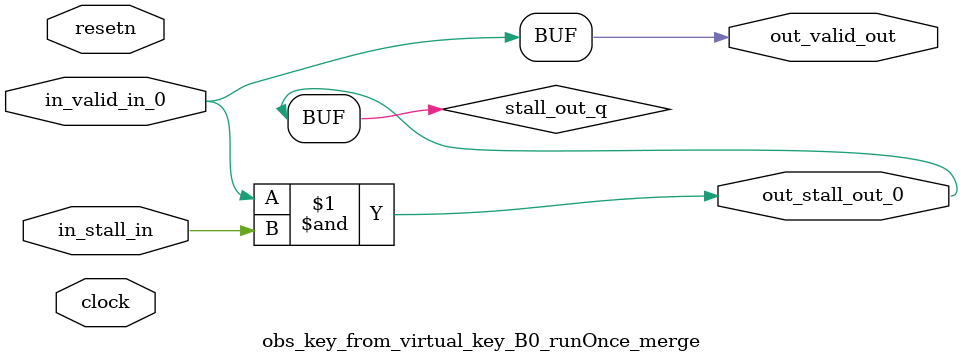
<source format=sv>



(* altera_attribute = "-name AUTO_SHIFT_REGISTER_RECOGNITION OFF; -name MESSAGE_DISABLE 10036; -name MESSAGE_DISABLE 10037; -name MESSAGE_DISABLE 14130; -name MESSAGE_DISABLE 14320; -name MESSAGE_DISABLE 15400; -name MESSAGE_DISABLE 14130; -name MESSAGE_DISABLE 10036; -name MESSAGE_DISABLE 12020; -name MESSAGE_DISABLE 12030; -name MESSAGE_DISABLE 12010; -name MESSAGE_DISABLE 12110; -name MESSAGE_DISABLE 14320; -name MESSAGE_DISABLE 13410; -name MESSAGE_DISABLE 113007; -name MESSAGE_DISABLE 10958" *)
module obs_key_from_virtual_key_B0_runOnce_merge (
    input wire [0:0] in_stall_in,
    input wire [0:0] in_valid_in_0,
    output wire [0:0] out_stall_out_0,
    output wire [0:0] out_valid_out,
    input wire clock,
    input wire resetn
    );

    wire [0:0] stall_out_q;


    // stall_out(LOGICAL,6)
    assign stall_out_q = in_valid_in_0 & in_stall_in;

    // out_stall_out_0(GPOUT,4)
    assign out_stall_out_0 = stall_out_q;

    // out_valid_out(GPOUT,5)
    assign out_valid_out = in_valid_in_0;

endmodule

</source>
